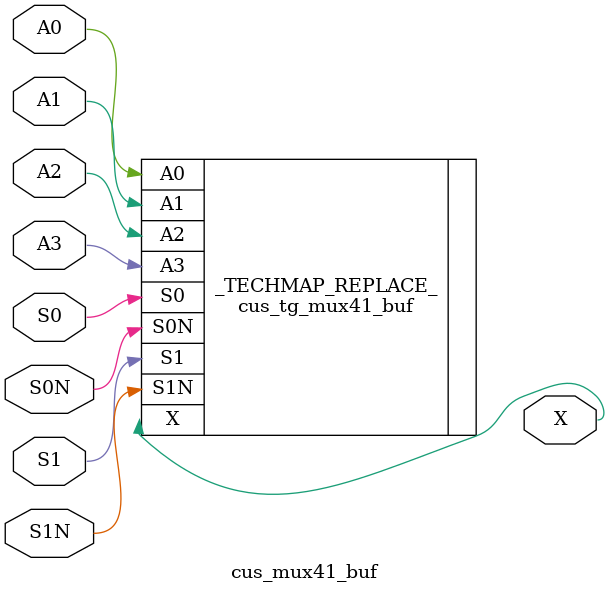
<source format=v>
/*
module \$_DLATCH_N_ (E, D, Q);
  //wire [1023:0] _TECHMAP_DO_ = "simplemap; opt";
  input E, D;
  output Q;
//  TLATNX1M _TECHMAP_REPLACE_ (
  sky130_fd_sc_hd__udp_dlatch_p _TECHMAP_REPLACE_ (
    .D(D),
    .GATE(E),
    .Q(Q)
  );
endmodule

module \$_DLATCH_P_ (E, D, Q);
  //wire [1023:0] _TECHMAP_DO_ = "simplemap; opt";
  input E, D;
  output Q;
//  TLATNX1M _TECHMAP_REPLACE_ (
  sky130_fd_sc_hd__udp_dlatch_p _TECHMAP_REPLACE_ (
    .D(D),
    .GATE(E),
    .Q(Q)
  );
endmodule
module \$_DLATCH_N_ (E, D, Q);
  input E, D;
  output Q;
  sky130_fd_sc_hd__dlrtp_1 _TECHMAP_REPLACE_ (
    .D(D),
    .GATE(E),
    .RESET_B(1'b1), //disable reset (active low)
    .Q(Q)
  );
endmodule

module \$_DLATCH_P_ (E, D, Q);
  input E, D;
  output Q;
  sky130_fd_sc_hd__dlrtp_1 _TECHMAP_REPLACE_ (
    .D(D),
    .GATE(E),
    .RESET_B(1'b1), //disable reset (active low)
    .Q(Q)
  );
endmodule
*/

/*
module \$_DLATCH_N_ (E, D, Q, QN);
  input E, D;
  output Q, QN;
  sky130_fd_sc_hd__dlxbn_1 _TECHMAP_REPLACE_ (
    .D(D),
    .GATE(E),
    .Q(Q),
    .Q_N(QN)
  );
endmodule

module \$_DLATCH_P_ (E, D, Q, QN);
  input E, D;
  output Q, QN;
  sky130_fd_sc_hd__dlxbp_1 _TECHMAP_REPLACE_ (
    .D(D),
    .GATE(E),
    .Q(Q),
    .Q_N(QN)
  );
endmodule
*/

module LHQD1 (E, D, Q, QN);
  input E, D;
  output Q, QN;
  sky130_fd_sc_hd__dlxbp_1 _TECHMAP_REPLACE_ (
    .D(D),
    .GATE(E),
    .Q(Q),
    .Q_N(QN)
  );
endmodule


module cus_mux41_buf (A0, A1, A2, A3, S0, S0N, S1, S1N, X);
  input A0, A1, A2, A3, S0, S0N, S1, S1N;
  output X;
	cus_tg_mux41_buf _TECHMAP_REPLACE_ (
	.A0 (A0),
	.A1 (A1),
	.A2 (A2),
	.A3 (A3),
	.S0 (S0),
	.S0N (S0N),
	.S1 (S1),
	.S1N (S1N),
	.X (X)
	);
endmodule

/*
module cus_mux41_buf (A0, A1, A2, A3, S0, S0N, S1, S1N, X);
  input A0, A1, A2, A3, S0, S0N, S1, S1N;
  output X;
  sky130_fd_sc_hd__mux4_1 _TECHMAP_REPLACE_ (
      .X(X),
      .A0(A0),
      .A1(A1),
      .A2(A2),
      .A3(A3),
      .S0(S0),
      .S1(S1)
  );
endmodule
*/


</source>
